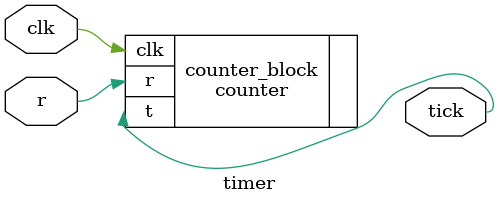
<source format=sv>
module timer #(
	parameter CLK_RATE=48_000_000,
	parameter MULT=1,
	parameter DIV=1
)
(
	input clk,
	input r,
	output tick
);

	localparam C = (MULT * CLK_RATE) / DIV;

	counter #(C) counter_block (
		.clk(clk),
		.r(r),
		.t(tick)
	);

endmodule

</source>
